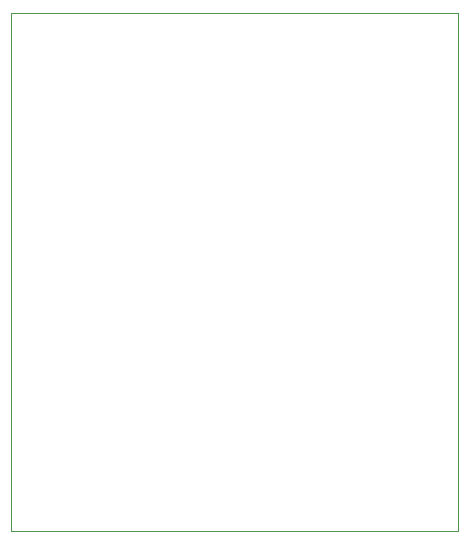
<source format=gbr>
G04 Generated by Ultiboard 13.0 *
%FSLAX34Y34*%
%MOMM*%

%ADD11C,0.0010*%


G04 ColorRGB 00FFFF for the following layer *
%LNBoard Outline*%
%LPD*%
G54D10*
G54D11*
X0Y561312D02*
X378260Y561312D01*
X378260Y1000000D01*
X0Y1000000D01*
X0Y561312D01*

M02*

</source>
